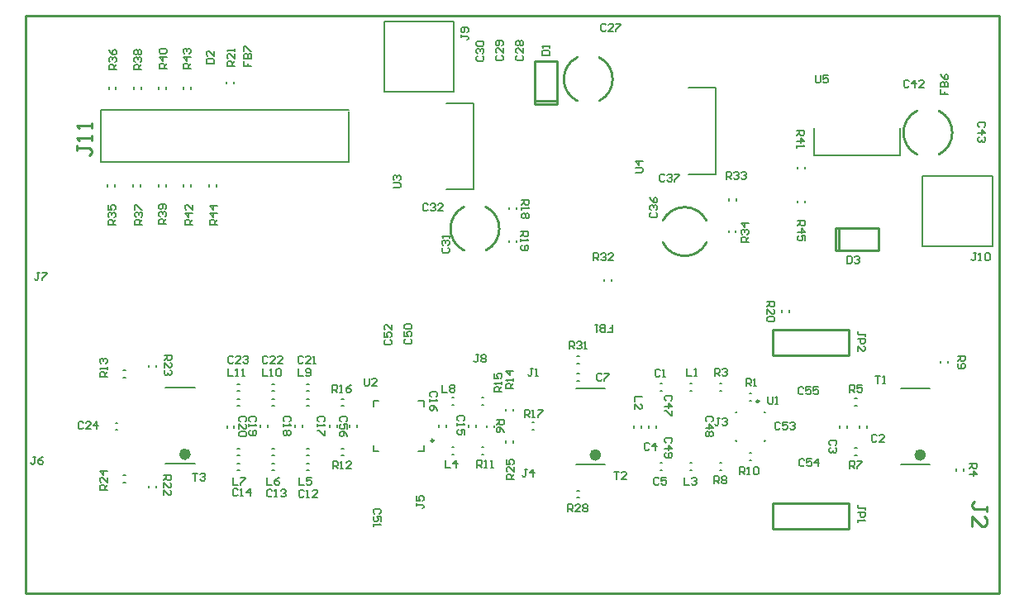
<source format=gto>
%FSLAX25Y25*%
%MOIN*%
G70*
G01*
G75*
G04 Layer_Color=65535*
%ADD10R,0.10000X0.06496*%
%ADD11R,0.06299X0.11811*%
G04:AMPARAMS|DCode=12|XSize=118.11mil|YSize=62.99mil|CornerRadius=15.75mil|HoleSize=0mil|Usage=FLASHONLY|Rotation=270.000|XOffset=0mil|YOffset=0mil|HoleType=Round|Shape=RoundedRectangle|*
%AMROUNDEDRECTD12*
21,1,0.11811,0.03150,0,0,270.0*
21,1,0.08661,0.06299,0,0,270.0*
1,1,0.03150,-0.01575,-0.04331*
1,1,0.03150,-0.01575,0.04331*
1,1,0.03150,0.01575,0.04331*
1,1,0.03150,0.01575,-0.04331*
%
%ADD12ROUNDEDRECTD12*%
%ADD13R,0.11811X0.06299*%
G04:AMPARAMS|DCode=14|XSize=118.11mil|YSize=62.99mil|CornerRadius=15.75mil|HoleSize=0mil|Usage=FLASHONLY|Rotation=0.000|XOffset=0mil|YOffset=0mil|HoleType=Round|Shape=RoundedRectangle|*
%AMROUNDEDRECTD14*
21,1,0.11811,0.03150,0,0,0.0*
21,1,0.08661,0.06299,0,0,0.0*
1,1,0.03150,0.04331,-0.01575*
1,1,0.03150,-0.04331,-0.01575*
1,1,0.03150,-0.04331,0.01575*
1,1,0.03150,0.04331,0.01575*
%
%ADD14ROUNDEDRECTD14*%
%ADD15R,0.05709X0.04331*%
%ADD16R,0.04331X0.05709*%
%ADD17R,0.23622X0.31496*%
%ADD18R,0.14173X0.04331*%
%ADD19R,0.31496X0.23622*%
%ADD20R,0.04331X0.14173*%
%ADD21R,0.02953X0.03740*%
%ADD22R,0.03740X0.02953*%
%ADD23R,0.12598X0.12598*%
%ADD24O,0.00984X0.03740*%
%ADD25O,0.03740X0.00984*%
%ADD26R,0.05906X0.05906*%
%ADD27O,0.03543X0.00984*%
%ADD28O,0.00984X0.03543*%
%ADD29R,0.20000X0.10500*%
%ADD30R,0.20000X0.07000*%
%ADD31C,0.00787*%
%ADD32C,0.03937*%
%ADD33C,0.05906*%
%ADD34C,0.01000*%
%ADD35O,0.05906X0.07874*%
%ADD36R,0.05906X0.07874*%
%ADD37O,0.05906X0.07874*%
%ADD38C,0.07874*%
%ADD39P,0.10653X8X292.5*%
%ADD40P,0.10653X8X202.5*%
%ADD41C,0.02362*%
%ADD42C,0.11811*%
%ADD43C,0.02500*%
%ADD44C,0.02598*%
%ADD45C,0.02000*%
%ADD46C,0.02300*%
%ADD47C,0.02362*%
%ADD48C,0.00984*%
%ADD49C,0.00500*%
D31*
X1164594Y424346D02*
X1176406D01*
X1164594Y455054D02*
X1176406D01*
X1033595D02*
X1045405D01*
X1033595Y424346D02*
X1045405D01*
X868095Y424646D02*
X879906D01*
X868095Y455354D02*
X879906D01*
X842000Y567400D02*
X942000D01*
Y546400D02*
Y566900D01*
X842000Y546400D02*
X942000D01*
X842000D02*
Y559400D01*
Y554400D02*
Y567400D01*
X956390Y574800D02*
X984480D01*
Y603000D01*
X956390Y574800D02*
Y603000D01*
X984480D01*
X1173500Y512620D02*
Y540710D01*
Y512620D02*
X1201700D01*
X1173500Y540710D02*
X1201700D01*
Y512620D02*
Y540710D01*
X981300Y570200D02*
X992200D01*
Y535400D02*
Y570200D01*
X981300Y535400D02*
X992200D01*
X1079000Y576400D02*
X1089900D01*
Y541600D02*
Y576400D01*
X1079000Y541600D02*
X1089900D01*
X1164400Y549200D02*
Y560100D01*
X1129600Y549200D02*
X1164400D01*
X1129600D02*
Y560100D01*
X1103606Y450224D02*
X1104394D01*
X1103606Y453176D02*
X1104394D01*
X1091606Y454224D02*
X1092394D01*
X1091606Y457176D02*
X1092394D01*
X1187124Y421906D02*
Y422694D01*
X1190076Y421906D02*
Y422694D01*
X1146106Y448224D02*
X1146894D01*
X1146106Y451176D02*
X1146894D01*
X1000676Y439506D02*
Y440294D01*
X997724Y439506D02*
Y440294D01*
X1146106Y428224D02*
X1146894D01*
X1146106Y431176D02*
X1146894D01*
X1091606Y422224D02*
X1092394D01*
X1091606Y425176D02*
X1092394D01*
X1180724Y465406D02*
Y466194D01*
X1183676Y465406D02*
Y466194D01*
X1103606Y426224D02*
X1104394D01*
X1103606Y429176D02*
X1104394D01*
X995606Y428524D02*
X996394D01*
X995606Y431476D02*
X996394D01*
X939106Y428024D02*
X939894D01*
X939106Y430976D02*
X939894D01*
X851106Y459424D02*
X851894D01*
X851106Y462376D02*
X851894D01*
X995606Y448524D02*
X996394D01*
X995606Y451476D02*
X996394D01*
X939106Y448024D02*
X939894D01*
X939106Y450976D02*
X939894D01*
X1009676Y527406D02*
Y528194D01*
X1006724Y527406D02*
Y528194D01*
X1009676Y514006D02*
Y514794D01*
X1006724Y514006D02*
Y514794D01*
X1116824Y485906D02*
Y486694D01*
X1119776Y485906D02*
Y486694D01*
X892624Y578006D02*
Y578794D01*
X895576Y578006D02*
Y578794D01*
X864376Y415106D02*
Y415894D01*
X861424Y415106D02*
Y415894D01*
Y463656D02*
Y464443D01*
X864376Y463656D02*
Y464443D01*
X851106Y420126D02*
X851894D01*
X851106Y417173D02*
X851894D01*
X1005524Y446006D02*
Y446794D01*
X1008476Y446006D02*
Y446794D01*
X1016006Y441376D02*
X1016794D01*
X1016006Y438424D02*
X1016794D01*
X1005524Y433206D02*
Y433994D01*
X1008476Y433206D02*
Y433994D01*
X1034106Y411024D02*
X1034894D01*
X1034106Y413976D02*
X1034894D01*
X1034106Y465257D02*
X1034894D01*
X1034106Y468210D02*
X1034894D01*
X1045024Y498406D02*
Y499194D01*
X1047976Y498406D02*
Y499194D01*
X1098276Y530906D02*
Y531694D01*
X1095324Y530906D02*
Y531694D01*
X1098176Y518106D02*
Y518894D01*
X1095224Y518106D02*
Y518894D01*
X844824Y536606D02*
Y537394D01*
X847776Y536606D02*
Y537394D01*
X845224Y575906D02*
Y576694D01*
X848176Y575906D02*
Y576694D01*
X855049Y536606D02*
Y537394D01*
X858001Y536606D02*
Y537394D01*
X855324Y575906D02*
Y576694D01*
X858276Y575906D02*
Y576694D01*
X865274Y536606D02*
Y537394D01*
X868226Y536606D02*
Y537394D01*
X865424Y575906D02*
Y576694D01*
X868376Y575906D02*
Y576694D01*
X1125976Y543806D02*
Y544594D01*
X1123024Y543806D02*
Y544594D01*
X875499Y536606D02*
Y537394D01*
X878451Y536606D02*
Y537394D01*
X875524Y575906D02*
Y576694D01*
X878476Y575906D02*
Y576694D01*
X885724Y536606D02*
Y537394D01*
X888676Y536606D02*
Y537394D01*
X1125976Y530106D02*
Y530894D01*
X1123024Y530106D02*
Y530894D01*
X972336Y447972D02*
Y450236D01*
X970072D02*
X972336D01*
X951864D02*
X954128D01*
X951864Y447972D02*
Y450236D01*
Y429764D02*
Y432028D01*
Y429764D02*
X954128D01*
X970072D02*
X972336D01*
Y432028D01*
X1097996Y445409D02*
X1098291D01*
Y445704D01*
Y433696D02*
Y433991D01*
X1097996D02*
X1098291D01*
X1109709D02*
X1110004D01*
X1109709Y433696D02*
Y433991D01*
Y445409D02*
Y445704D01*
Y445409D02*
X1110004D01*
X1079606Y454224D02*
X1080394D01*
X1079606Y457176D02*
X1080394D01*
X1059976Y439306D02*
Y440094D01*
X1057024Y439306D02*
Y440094D01*
X1079606Y422224D02*
X1080394D01*
X1079606Y425176D02*
X1080394D01*
X983606Y428524D02*
X984394D01*
X983606Y431476D02*
X984394D01*
X925106Y428024D02*
X925894D01*
X925106Y430976D02*
X925894D01*
X911106Y428024D02*
X911894D01*
X911106Y430976D02*
X911894D01*
X897106Y428024D02*
X897894D01*
X897106Y430976D02*
X897894D01*
X983606Y448524D02*
X984394D01*
X983606Y451476D02*
X984394D01*
X925106Y448024D02*
X925894D01*
X925106Y450976D02*
X925894D01*
X911106Y448024D02*
X911894D01*
X911106Y450976D02*
X911894D01*
X897106Y448024D02*
X897894D01*
X897106Y450976D02*
X897894D01*
X1067606Y454224D02*
X1068394D01*
X1067606Y457176D02*
X1068394D01*
X1150976Y439306D02*
Y440094D01*
X1148024Y439306D02*
Y440094D01*
X1142976Y439306D02*
Y440094D01*
X1140024Y439306D02*
Y440094D01*
X1063024Y439306D02*
Y440094D01*
X1065976Y439306D02*
Y440094D01*
X1067606Y422224D02*
X1068394D01*
X1067606Y425176D02*
X1068394D01*
X1034106Y458224D02*
X1034894D01*
X1034106Y461176D02*
X1034894D01*
X925106Y422024D02*
X925894D01*
X925106Y424976D02*
X925894D01*
X911106Y422024D02*
X911894D01*
X911106Y424976D02*
X911894D01*
X897106Y422024D02*
X897894D01*
X897106Y424976D02*
X897894D01*
X993476Y439606D02*
Y440394D01*
X990524Y439606D02*
Y440394D01*
X981476Y439606D02*
Y440394D01*
X978524Y439606D02*
Y440394D01*
X937476Y439606D02*
Y440394D01*
X934524Y439606D02*
Y440394D01*
X923476Y439606D02*
Y440394D01*
X920524Y439606D02*
Y440394D01*
X909476Y439606D02*
Y440394D01*
X906524Y439606D02*
Y440394D01*
X895827Y439306D02*
Y440094D01*
X892874Y439306D02*
Y440094D01*
X925106Y454024D02*
X925894D01*
X925106Y456976D02*
X925894D01*
X911106Y454024D02*
X911894D01*
X911106Y456976D02*
X911894D01*
X897106Y454024D02*
X897894D01*
X897106Y456976D02*
X897894D01*
X847906Y438324D02*
X848694D01*
X847906Y441276D02*
X848694D01*
X942524Y439606D02*
Y440394D01*
X945476Y439606D02*
Y440394D01*
D34*
X1043002Y571097D02*
G03*
X1043002Y588703I-4402J8803D01*
G01*
X1034198D02*
G03*
X1034198Y571097I4402J-8803D01*
G01*
X988498Y528403D02*
G03*
X988498Y510797I4402J-8803D01*
G01*
X997302D02*
G03*
X997302Y528403I-4402J8803D01*
G01*
X1086303Y522802D02*
G03*
X1068697Y522802I-8803J-4402D01*
G01*
Y513998D02*
G03*
X1086303Y513998I8803J4402D01*
G01*
X1180002Y549497D02*
G03*
X1180002Y567103I-4402J8803D01*
G01*
X1171198D02*
G03*
X1171198Y549497I4402J-8803D01*
G01*
X1113146Y408800D02*
X1143854D01*
X1113146Y398600D02*
Y408800D01*
Y398600D02*
X1143854D01*
Y408800D01*
X1113146Y478800D02*
X1143854D01*
X1113146Y468600D02*
Y478800D01*
Y468600D02*
X1143854D01*
Y478800D01*
X1017100Y587300D02*
X1026100D01*
X1017100Y571300D02*
Y587300D01*
X1026100Y571300D02*
Y587300D01*
X1017100Y569800D02*
Y571300D01*
Y569800D02*
X1026100D01*
X1017100Y571300D02*
X1026100D01*
Y569800D02*
Y571300D01*
X1155800Y510900D02*
Y519900D01*
X1139800D02*
X1155800D01*
X1139800Y510900D02*
X1155800D01*
X1138300Y519900D02*
X1139800D01*
X1138300Y510900D02*
Y519900D01*
X1139800Y510900D02*
Y519900D01*
X1138300Y510900D02*
X1139800D01*
X832202Y553099D02*
Y551099D01*
Y552099D01*
X837200D01*
X838200Y551099D01*
Y550100D01*
X837200Y549100D01*
X838200Y555098D02*
Y557097D01*
Y556098D01*
X832202D01*
X833202Y555098D01*
X838200Y560096D02*
Y562096D01*
Y561096D01*
X832202D01*
X833202Y560096D01*
X1199198Y405501D02*
Y407501D01*
Y406501D01*
X1194200D01*
X1193200Y407501D01*
Y408500D01*
X1194200Y409500D01*
X1193200Y399503D02*
Y403502D01*
X1197199Y399503D01*
X1198198D01*
X1199198Y400503D01*
Y402502D01*
X1198198Y403502D01*
X811700Y372500D02*
X1204200D01*
Y605600D01*
X811700D02*
X1204200D01*
X811700Y372500D02*
Y605600D01*
D47*
X1173650Y428283D02*
G03*
X1173650Y428283I-1181J0D01*
G01*
X1042650D02*
G03*
X1042650Y428283I-1181J0D01*
G01*
X877150Y428583D02*
G03*
X877150Y428583I-1181J0D01*
G01*
D48*
X976175Y434094D02*
G03*
X976175Y434094I-492J0D01*
G01*
X1107445Y449936D02*
G03*
X1107445Y449936I-492J0D01*
G01*
D49*
X948200Y459199D02*
Y456700D01*
X948700Y456200D01*
X949699D01*
X950199Y456700D01*
Y459199D01*
X953198Y456200D02*
X951199D01*
X953198Y458199D01*
Y458699D01*
X952699Y459199D01*
X951699D01*
X951199Y458699D01*
X1130250Y581449D02*
Y578950D01*
X1130750Y578450D01*
X1131750D01*
X1132249Y578950D01*
Y581449D01*
X1135248D02*
X1133249D01*
Y579950D01*
X1134249Y580449D01*
X1134749D01*
X1135248Y579950D01*
Y578950D01*
X1134749Y578450D01*
X1133749D01*
X1133249Y578950D01*
X1057651Y542250D02*
X1060150D01*
X1060650Y542750D01*
Y543750D01*
X1060150Y544249D01*
X1057651D01*
X1060650Y546748D02*
X1057651D01*
X1059151Y545249D01*
Y547248D01*
X1123100Y522800D02*
X1126099D01*
Y521301D01*
X1125599Y520801D01*
X1124599D01*
X1124100Y521301D01*
Y522800D01*
Y521800D02*
X1123100Y520801D01*
Y518301D02*
X1126099D01*
X1124599Y519801D01*
Y517802D01*
X1126099Y514803D02*
Y516802D01*
X1124599D01*
X1125099Y515802D01*
Y515302D01*
X1124599Y514803D01*
X1123600D01*
X1123100Y515302D01*
Y516302D01*
X1123600Y516802D01*
X889000Y521200D02*
X886001D01*
Y522699D01*
X886501Y523199D01*
X887500D01*
X888000Y522699D01*
Y521200D01*
Y522200D02*
X889000Y523199D01*
Y525699D02*
X886001D01*
X887500Y524199D01*
Y526198D01*
X889000Y528698D02*
X886001D01*
X887500Y527198D01*
Y529197D01*
X878300Y584200D02*
X875301D01*
Y585700D01*
X875801Y586199D01*
X876801D01*
X877300Y585700D01*
Y584200D01*
Y585200D02*
X878300Y586199D01*
Y588698D02*
X875301D01*
X876801Y587199D01*
Y589198D01*
X875801Y590198D02*
X875301Y590698D01*
Y591698D01*
X875801Y592197D01*
X876301D01*
X876801Y591698D01*
Y591198D01*
Y591698D01*
X877300Y592197D01*
X877800D01*
X878300Y591698D01*
Y590698D01*
X877800Y590198D01*
X878900Y521300D02*
X875901D01*
Y522799D01*
X876401Y523299D01*
X877400D01*
X877900Y522799D01*
Y521300D01*
Y522300D02*
X878900Y523299D01*
Y525799D02*
X875901D01*
X877400Y524299D01*
Y526298D01*
X878900Y529297D02*
Y527298D01*
X876901Y529297D01*
X876401D01*
X875901Y528798D01*
Y527798D01*
X876401Y527298D01*
X1122700Y559200D02*
X1125699D01*
Y557700D01*
X1125199Y557201D01*
X1124199D01*
X1123700Y557700D01*
Y559200D01*
Y558200D02*
X1122700Y557201D01*
Y554702D02*
X1125699D01*
X1124199Y556201D01*
Y554202D01*
X1122700Y553202D02*
Y552202D01*
Y552702D01*
X1125699D01*
X1125199Y553202D01*
X868600Y584200D02*
X865601D01*
Y585700D01*
X866101Y586199D01*
X867101D01*
X867600Y585700D01*
Y584200D01*
Y585200D02*
X868600Y586199D01*
Y588698D02*
X865601D01*
X867101Y587199D01*
Y589198D01*
X866101Y590198D02*
X865601Y590698D01*
Y591698D01*
X866101Y592197D01*
X868100D01*
X868600Y591698D01*
Y590698D01*
X868100Y590198D01*
X866101D01*
X868400Y521400D02*
X865401D01*
Y522899D01*
X865901Y523399D01*
X866901D01*
X867400Y522899D01*
Y521400D01*
Y522400D02*
X868400Y523399D01*
X865901Y524399D02*
X865401Y524899D01*
Y525899D01*
X865901Y526398D01*
X866401D01*
X866901Y525899D01*
Y525399D01*
Y525899D01*
X867400Y526398D01*
X867900D01*
X868400Y525899D01*
Y524899D01*
X867900Y524399D01*
Y527398D02*
X868400Y527898D01*
Y528898D01*
X867900Y529397D01*
X865901D01*
X865401Y528898D01*
Y527898D01*
X865901Y527398D01*
X866401D01*
X866901Y527898D01*
Y529397D01*
X858400Y583800D02*
X855401D01*
Y585299D01*
X855901Y585799D01*
X856901D01*
X857400Y585299D01*
Y583800D01*
Y584800D02*
X858400Y585799D01*
X855901Y586799D02*
X855401Y587299D01*
Y588299D01*
X855901Y588798D01*
X856401D01*
X856901Y588299D01*
Y587799D01*
Y588299D01*
X857400Y588798D01*
X857900D01*
X858400Y588299D01*
Y587299D01*
X857900Y586799D01*
X855901Y589798D02*
X855401Y590298D01*
Y591298D01*
X855901Y591797D01*
X856401D01*
X856901Y591298D01*
X857400Y591797D01*
X857900D01*
X858400Y591298D01*
Y590298D01*
X857900Y589798D01*
X857400D01*
X856901Y590298D01*
X856401Y589798D01*
X855901D01*
X856901Y590298D02*
Y591298D01*
X858700Y521200D02*
X855701D01*
Y522699D01*
X856201Y523199D01*
X857201D01*
X857700Y522699D01*
Y521200D01*
Y522200D02*
X858700Y523199D01*
X856201Y524199D02*
X855701Y524699D01*
Y525699D01*
X856201Y526198D01*
X856701D01*
X857201Y525699D01*
Y525199D01*
Y525699D01*
X857700Y526198D01*
X858200D01*
X858700Y525699D01*
Y524699D01*
X858200Y524199D01*
X855701Y527198D02*
Y529197D01*
X856201D01*
X858200Y527198D01*
X858700D01*
X848200Y583800D02*
X845201D01*
Y585299D01*
X845701Y585799D01*
X846700D01*
X847200Y585299D01*
Y583800D01*
Y584800D02*
X848200Y585799D01*
X845701Y586799D02*
X845201Y587299D01*
Y588299D01*
X845701Y588798D01*
X846201D01*
X846700Y588299D01*
Y587799D01*
Y588299D01*
X847200Y588798D01*
X847700D01*
X848200Y588299D01*
Y587299D01*
X847700Y586799D01*
X845201Y591797D02*
X845701Y590798D01*
X846700Y589798D01*
X847700D01*
X848200Y590298D01*
Y591298D01*
X847700Y591797D01*
X847200D01*
X846700Y591298D01*
Y589798D01*
X847900Y521100D02*
X844901D01*
Y522600D01*
X845401Y523099D01*
X846401D01*
X846900Y522600D01*
Y521100D01*
Y522100D02*
X847900Y523099D01*
X845401Y524099D02*
X844901Y524599D01*
Y525598D01*
X845401Y526098D01*
X845901D01*
X846401Y525598D01*
Y525099D01*
Y525598D01*
X846900Y526098D01*
X847400D01*
X847900Y525598D01*
Y524599D01*
X847400Y524099D01*
X844901Y529097D02*
Y527098D01*
X846401D01*
X845901Y528098D01*
Y528598D01*
X846401Y529097D01*
X847400D01*
X847900Y528598D01*
Y527598D01*
X847400Y527098D01*
X1103300Y514200D02*
X1100301D01*
Y515699D01*
X1100801Y516199D01*
X1101801D01*
X1102300Y515699D01*
Y514200D01*
Y515200D02*
X1103300Y516199D01*
X1100801Y517199D02*
X1100301Y517699D01*
Y518699D01*
X1100801Y519198D01*
X1101301D01*
X1101801Y518699D01*
Y518199D01*
Y518699D01*
X1102300Y519198D01*
X1102800D01*
X1103300Y518699D01*
Y517699D01*
X1102800Y517199D01*
X1103300Y521698D02*
X1100301D01*
X1101801Y520198D01*
Y522197D01*
X1094300Y539500D02*
Y542499D01*
X1095800D01*
X1096299Y541999D01*
Y541000D01*
X1095800Y540500D01*
X1094300D01*
X1095300D02*
X1096299Y539500D01*
X1097299Y541999D02*
X1097799Y542499D01*
X1098799D01*
X1099298Y541999D01*
Y541499D01*
X1098799Y541000D01*
X1098299D01*
X1098799D01*
X1099298Y540500D01*
Y540000D01*
X1098799Y539500D01*
X1097799D01*
X1097299Y540000D01*
X1100298Y541999D02*
X1100798Y542499D01*
X1101798D01*
X1102297Y541999D01*
Y541499D01*
X1101798Y541000D01*
X1101298D01*
X1101798D01*
X1102297Y540500D01*
Y540000D01*
X1101798Y539500D01*
X1100798D01*
X1100298Y540000D01*
X1040800Y506800D02*
Y509799D01*
X1042299D01*
X1042799Y509299D01*
Y508299D01*
X1042299Y507800D01*
X1040800D01*
X1041800D02*
X1042799Y506800D01*
X1043799Y509299D02*
X1044299Y509799D01*
X1045299D01*
X1045798Y509299D01*
Y508799D01*
X1045299Y508299D01*
X1044799D01*
X1045299D01*
X1045798Y507800D01*
Y507300D01*
X1045299Y506800D01*
X1044299D01*
X1043799Y507300D01*
X1048797Y506800D02*
X1046798D01*
X1048797Y508799D01*
Y509299D01*
X1048298Y509799D01*
X1047298D01*
X1046798Y509299D01*
X1031000Y471100D02*
Y474099D01*
X1032500D01*
X1032999Y473599D01*
Y472600D01*
X1032500Y472100D01*
X1031000D01*
X1032000D02*
X1032999Y471100D01*
X1033999Y473599D02*
X1034499Y474099D01*
X1035499D01*
X1035998Y473599D01*
Y473099D01*
X1035499Y472600D01*
X1034999D01*
X1035499D01*
X1035998Y472100D01*
Y471600D01*
X1035499Y471100D01*
X1034499D01*
X1033999Y471600D01*
X1036998Y471100D02*
X1037998D01*
X1037498D01*
Y474099D01*
X1036998Y473599D01*
X1030400Y405400D02*
Y408399D01*
X1031900D01*
X1032399Y407899D01*
Y406899D01*
X1031900Y406400D01*
X1030400D01*
X1031400D02*
X1032399Y405400D01*
X1035398D02*
X1033399D01*
X1035398Y407399D01*
Y407899D01*
X1034899Y408399D01*
X1033899D01*
X1033399Y407899D01*
X1036398D02*
X1036898Y408399D01*
X1037898D01*
X1038397Y407899D01*
Y407399D01*
X1037898Y406899D01*
X1038397Y406400D01*
Y405900D01*
X1037898Y405400D01*
X1036898D01*
X1036398Y405900D01*
Y406400D01*
X1036898Y406899D01*
X1036398Y407399D01*
Y407899D01*
X1036898Y406899D02*
X1037898D01*
X1008600Y418400D02*
X1005601D01*
Y419900D01*
X1006101Y420399D01*
X1007100D01*
X1007600Y419900D01*
Y418400D01*
Y419400D02*
X1008600Y420399D01*
Y423398D02*
Y421399D01*
X1006601Y423398D01*
X1006101D01*
X1005601Y422898D01*
Y421899D01*
X1006101Y421399D01*
X1005601Y426397D02*
Y424398D01*
X1007100D01*
X1006601Y425398D01*
Y425898D01*
X1007100Y426397D01*
X1008100D01*
X1008600Y425898D01*
Y424898D01*
X1008100Y424398D01*
X1012900Y443500D02*
Y446499D01*
X1014400D01*
X1014899Y445999D01*
Y445000D01*
X1014400Y444500D01*
X1012900D01*
X1013900D02*
X1014899Y443500D01*
X1015899D02*
X1016899D01*
X1016399D01*
Y446499D01*
X1015899Y445999D01*
X1018398Y446499D02*
X1020398D01*
Y445999D01*
X1018398Y444000D01*
Y443500D01*
X1008500Y455000D02*
X1005501D01*
Y456499D01*
X1006001Y456999D01*
X1007001D01*
X1007500Y456499D01*
Y455000D01*
Y456000D02*
X1008500Y456999D01*
Y457999D02*
Y458999D01*
Y458499D01*
X1005501D01*
X1006001Y457999D01*
X1008500Y461998D02*
X1005501D01*
X1007001Y460498D01*
Y462498D01*
X994449Y468649D02*
X993450D01*
X993950D01*
Y466150D01*
X993450Y465650D01*
X992950D01*
X992450Y466150D01*
X995449Y468149D02*
X995949Y468649D01*
X996949D01*
X997448Y468149D01*
Y467649D01*
X996949Y467149D01*
X997448Y466650D01*
Y466150D01*
X996949Y465650D01*
X995949D01*
X995449Y466150D01*
Y466650D01*
X995949Y467149D01*
X995449Y467649D01*
Y468149D01*
X995949Y467149D02*
X996949D01*
X969201Y408699D02*
Y407700D01*
Y408200D01*
X971700D01*
X972200Y407700D01*
Y407200D01*
X971700Y406700D01*
X969201Y411698D02*
Y409699D01*
X970700D01*
X970201Y410699D01*
Y411199D01*
X970700Y411698D01*
X971700D01*
X972200Y411199D01*
Y410199D01*
X971700Y409699D01*
X899701Y587299D02*
Y585300D01*
X901200D01*
Y586300D01*
Y585300D01*
X902700D01*
X899701Y588299D02*
X902700D01*
Y589798D01*
X902200Y590298D01*
X901700D01*
X901200Y589798D01*
Y588299D01*
Y589798D01*
X900701Y590298D01*
X900201D01*
X899701Y589798D01*
Y588299D01*
Y591298D02*
Y593297D01*
X900201D01*
X902200Y591298D01*
X902700D01*
X1180701Y575699D02*
Y573700D01*
X1182201D01*
Y574700D01*
Y573700D01*
X1183700D01*
X1180701Y576699D02*
X1183700D01*
Y578198D01*
X1183200Y578698D01*
X1182700D01*
X1182201Y578198D01*
Y576699D01*
Y578198D01*
X1181701Y578698D01*
X1181201D01*
X1180701Y578198D01*
Y576699D01*
Y581697D02*
X1181201Y580698D01*
X1182201Y579698D01*
X1183200D01*
X1183700Y580198D01*
Y581198D01*
X1183200Y581697D01*
X1182700D01*
X1182201Y581198D01*
Y579698D01*
X844650Y414300D02*
X841651D01*
Y415800D01*
X842151Y416299D01*
X843150D01*
X843650Y415800D01*
Y414300D01*
Y415300D02*
X844650Y416299D01*
Y419298D02*
Y417299D01*
X842651Y419298D01*
X842151D01*
X841651Y418798D01*
Y417799D01*
X842151Y417299D01*
X844650Y421798D02*
X841651D01*
X843150Y420298D01*
Y422297D01*
X867600Y468600D02*
X870599D01*
Y467100D01*
X870099Y466601D01*
X869100D01*
X868600Y467100D01*
Y468600D01*
Y467600D02*
X867600Y466601D01*
Y463602D02*
Y465601D01*
X869599Y463602D01*
X870099D01*
X870599Y464102D01*
Y465101D01*
X870099Y465601D01*
Y462602D02*
X870599Y462102D01*
Y461102D01*
X870099Y460603D01*
X869599D01*
X869100Y461102D01*
Y461602D01*
Y461102D01*
X868600Y460603D01*
X868100D01*
X867600Y461102D01*
Y462102D01*
X868100Y462602D01*
X867400Y420100D02*
X870399D01*
Y418601D01*
X869899Y418101D01*
X868900D01*
X868400Y418601D01*
Y420100D01*
Y419100D02*
X867400Y418101D01*
Y415102D02*
Y417101D01*
X869399Y415102D01*
X869899D01*
X870399Y415601D01*
Y416601D01*
X869899Y417101D01*
X867400Y412103D02*
Y414102D01*
X869399Y412103D01*
X869899D01*
X870399Y412602D01*
Y413602D01*
X869899Y414102D01*
X1142900Y508499D02*
Y505500D01*
X1144400D01*
X1144899Y506000D01*
Y507999D01*
X1144400Y508499D01*
X1142900D01*
X1145899Y507999D02*
X1146399Y508499D01*
X1147399D01*
X1147898Y507999D01*
Y507499D01*
X1147399Y506999D01*
X1146899D01*
X1147399D01*
X1147898Y506500D01*
Y506000D01*
X1147399Y505500D01*
X1146399D01*
X1145899Y506000D01*
X1020001Y589500D02*
X1023000D01*
Y591000D01*
X1022500Y591499D01*
X1020501D01*
X1020001Y591000D01*
Y589500D01*
X1023000Y592499D02*
Y593499D01*
Y592999D01*
X1020001D01*
X1020501Y592499D01*
X940999Y441701D02*
X941499Y442201D01*
Y443200D01*
X940999Y443700D01*
X939000D01*
X938500Y443200D01*
Y442201D01*
X939000Y441701D01*
X941499Y438702D02*
Y440701D01*
X939999D01*
X940499Y439701D01*
Y439201D01*
X939999Y438702D01*
X939000D01*
X938500Y439201D01*
Y440201D01*
X939000Y440701D01*
X941499Y435703D02*
X940999Y436702D01*
X939999Y437702D01*
X939000D01*
X938500Y437202D01*
Y436202D01*
X939000Y435703D01*
X939500D01*
X939999Y436202D01*
Y437702D01*
X1091599Y443299D02*
X1090600D01*
X1091099D01*
Y440800D01*
X1090600Y440300D01*
X1090100D01*
X1089600Y440800D01*
X1092599Y442799D02*
X1093099Y443299D01*
X1094099D01*
X1094598Y442799D01*
Y442299D01*
X1094099Y441799D01*
X1093599D01*
X1094099D01*
X1094598Y441300D01*
Y440800D01*
X1094099Y440300D01*
X1093099D01*
X1092599Y440800D01*
X956701Y474799D02*
X956201Y474299D01*
Y473300D01*
X956701Y472800D01*
X958700D01*
X959200Y473300D01*
Y474299D01*
X958700Y474799D01*
X956201Y477798D02*
Y475799D01*
X957701D01*
X957201Y476799D01*
Y477298D01*
X957701Y477798D01*
X958700D01*
X959200Y477298D01*
Y476299D01*
X958700Y475799D01*
X959200Y480797D02*
Y478798D01*
X957201Y480797D01*
X956701D01*
X956201Y480298D01*
Y479298D01*
X956701Y478798D01*
X954499Y404601D02*
X954999Y405100D01*
Y406100D01*
X954499Y406600D01*
X952500D01*
X952000Y406100D01*
Y405100D01*
X952500Y404601D01*
X954999Y401602D02*
Y403601D01*
X953500D01*
X953999Y402601D01*
Y402102D01*
X953500Y401602D01*
X952500D01*
X952000Y402102D01*
Y403101D01*
X952500Y403601D01*
X952000Y400602D02*
Y399602D01*
Y400102D01*
X954999D01*
X954499Y400602D01*
X965001Y475099D02*
X964501Y474600D01*
Y473600D01*
X965001Y473100D01*
X967000D01*
X967500Y473600D01*
Y474600D01*
X967000Y475099D01*
X964501Y478098D02*
Y476099D01*
X966000D01*
X965501Y477099D01*
Y477598D01*
X966000Y478098D01*
X967000D01*
X967500Y477598D01*
Y476599D01*
X967000Y476099D01*
X965001Y479098D02*
X964501Y479598D01*
Y480598D01*
X965001Y481097D01*
X967000D01*
X967500Y480598D01*
Y479598D01*
X967000Y479098D01*
X965001D01*
X1071999Y433301D02*
X1072499Y433801D01*
Y434800D01*
X1071999Y435300D01*
X1070000D01*
X1069500Y434800D01*
Y433801D01*
X1070000Y433301D01*
X1069500Y430801D02*
X1072499D01*
X1071000Y432301D01*
Y430302D01*
X1070000Y429302D02*
X1069500Y428802D01*
Y427802D01*
X1070000Y427303D01*
X1071999D01*
X1072499Y427802D01*
Y428802D01*
X1071999Y429302D01*
X1071499D01*
X1071000Y428802D01*
Y427303D01*
X1088399Y441801D02*
X1088899Y442301D01*
Y443300D01*
X1088399Y443800D01*
X1086400D01*
X1085900Y443300D01*
Y442301D01*
X1086400Y441801D01*
X1085900Y439301D02*
X1088899D01*
X1087399Y440801D01*
Y438802D01*
X1088399Y437802D02*
X1088899Y437302D01*
Y436302D01*
X1088399Y435803D01*
X1087899D01*
X1087399Y436302D01*
X1086900Y435803D01*
X1086400D01*
X1085900Y436302D01*
Y437302D01*
X1086400Y437802D01*
X1086900D01*
X1087399Y437302D01*
X1087899Y437802D01*
X1088399D01*
X1087399Y437302D02*
Y436302D01*
X1071899Y450201D02*
X1072399Y450701D01*
Y451700D01*
X1071899Y452200D01*
X1069900D01*
X1069400Y451700D01*
Y450701D01*
X1069900Y450201D01*
X1069400Y447702D02*
X1072399D01*
X1070899Y449201D01*
Y447202D01*
X1072399Y446202D02*
Y444203D01*
X1071899D01*
X1069900Y446202D01*
X1069400D01*
X959951Y536050D02*
X962450D01*
X962950Y536550D01*
Y537549D01*
X962450Y538049D01*
X959951D01*
X960451Y539049D02*
X959951Y539549D01*
Y540549D01*
X960451Y541048D01*
X960951D01*
X961450Y540549D01*
Y540049D01*
Y540549D01*
X961950Y541048D01*
X962450D01*
X962950Y540549D01*
Y539549D01*
X962450Y539049D01*
X1111100Y451899D02*
Y449400D01*
X1111600Y448900D01*
X1112599D01*
X1113099Y449400D01*
Y451899D01*
X1114099Y448900D02*
X1115099D01*
X1114599D01*
Y451899D01*
X1114099Y451399D01*
X879100Y420899D02*
X881099D01*
X880100D01*
Y417900D01*
X882099Y420399D02*
X882599Y420899D01*
X883599D01*
X884098Y420399D01*
Y419899D01*
X883599Y419399D01*
X883099D01*
X883599D01*
X884098Y418900D01*
Y418400D01*
X883599Y417900D01*
X882599D01*
X882099Y418400D01*
X1048900Y421499D02*
X1050899D01*
X1049900D01*
Y418500D01*
X1053898D02*
X1051899D01*
X1053898Y420499D01*
Y420999D01*
X1053399Y421499D01*
X1052399D01*
X1051899Y420999D01*
X1154500Y460199D02*
X1156499D01*
X1155500D01*
Y457200D01*
X1157499D02*
X1158499D01*
X1157999D01*
Y460199D01*
X1157499Y459699D01*
X895900Y585000D02*
X892901D01*
Y586500D01*
X893401Y586999D01*
X894401D01*
X894900Y586500D01*
Y585000D01*
Y586000D02*
X895900Y586999D01*
Y589998D02*
Y587999D01*
X893901Y589998D01*
X893401D01*
X892901Y589499D01*
Y588499D01*
X893401Y587999D01*
X895900Y590998D02*
Y591998D01*
Y591498D01*
X892901D01*
X893401Y590998D01*
X1110800Y490000D02*
X1113799D01*
Y488500D01*
X1113299Y488001D01*
X1112300D01*
X1111800Y488500D01*
Y490000D01*
Y489000D02*
X1110800Y488001D01*
Y485002D02*
Y487001D01*
X1112799Y485002D01*
X1113299D01*
X1113799Y485501D01*
Y486501D01*
X1113299Y487001D01*
Y484002D02*
X1113799Y483502D01*
Y482502D01*
X1113299Y482003D01*
X1111300D01*
X1110800Y482502D01*
Y483502D01*
X1111300Y484002D01*
X1113299D01*
X1011500Y518400D02*
X1014499D01*
Y516900D01*
X1013999Y516401D01*
X1013000D01*
X1012500Y516900D01*
Y518400D01*
Y517400D02*
X1011500Y516401D01*
Y515401D02*
Y514401D01*
Y514901D01*
X1014499D01*
X1013999Y515401D01*
X1012000Y512902D02*
X1011500Y512402D01*
Y511402D01*
X1012000Y510902D01*
X1013999D01*
X1014499Y511402D01*
Y512402D01*
X1013999Y512902D01*
X1013499D01*
X1013000Y512402D01*
Y510902D01*
X1011800Y531300D02*
X1014799D01*
Y529801D01*
X1014299Y529301D01*
X1013299D01*
X1012800Y529801D01*
Y531300D01*
Y530300D02*
X1011800Y529301D01*
Y528301D02*
Y527301D01*
Y527801D01*
X1014799D01*
X1014299Y528301D01*
Y525802D02*
X1014799Y525302D01*
Y524302D01*
X1014299Y523802D01*
X1013799D01*
X1013299Y524302D01*
X1012800Y523802D01*
X1012300D01*
X1011800Y524302D01*
Y525302D01*
X1012300Y525802D01*
X1012800D01*
X1013299Y525302D01*
X1013799Y525802D01*
X1014299D01*
X1013299Y525302D02*
Y524302D01*
X935400Y453600D02*
Y456599D01*
X936899D01*
X937399Y456099D01*
Y455099D01*
X936899Y454600D01*
X935400D01*
X936400D02*
X937399Y453600D01*
X938399D02*
X939399D01*
X938899D01*
Y456599D01*
X938399Y456099D01*
X942898Y456599D02*
X941898Y456099D01*
X940898Y455099D01*
Y454100D01*
X941398Y453600D01*
X942398D01*
X942898Y454100D01*
Y454600D01*
X942398Y455099D01*
X940898D01*
X1003700Y453800D02*
X1000701D01*
Y455300D01*
X1001201Y455799D01*
X1002201D01*
X1002700Y455300D01*
Y453800D01*
Y454800D02*
X1003700Y455799D01*
Y456799D02*
Y457799D01*
Y457299D01*
X1000701D01*
X1001201Y456799D01*
X1000701Y461298D02*
Y459298D01*
X1002201D01*
X1001701Y460298D01*
Y460798D01*
X1002201Y461298D01*
X1003200D01*
X1003700Y460798D01*
Y459798D01*
X1003200Y459298D01*
X844650Y459650D02*
X841651D01*
Y461150D01*
X842151Y461649D01*
X843150D01*
X843650Y461150D01*
Y459650D01*
Y460650D02*
X844650Y461649D01*
Y462649D02*
Y463649D01*
Y463149D01*
X841651D01*
X842151Y462649D01*
Y465148D02*
X841651Y465648D01*
Y466648D01*
X842151Y467148D01*
X842651D01*
X843150Y466648D01*
Y466148D01*
Y466648D01*
X843650Y467148D01*
X844150D01*
X844650Y466648D01*
Y465648D01*
X844150Y465148D01*
X935600Y422800D02*
Y425799D01*
X937099D01*
X937599Y425299D01*
Y424299D01*
X937099Y423800D01*
X935600D01*
X936600D02*
X937599Y422800D01*
X938599D02*
X939599D01*
X939099D01*
Y425799D01*
X938599Y425299D01*
X943098Y422800D02*
X941098D01*
X943098Y424799D01*
Y425299D01*
X942598Y425799D01*
X941598D01*
X941098Y425299D01*
X993800Y423200D02*
Y426199D01*
X995300D01*
X995799Y425699D01*
Y424699D01*
X995300Y424200D01*
X993800D01*
X994800D02*
X995799Y423200D01*
X996799D02*
X997799D01*
X997299D01*
Y426199D01*
X996799Y425699D01*
X999298Y423200D02*
X1000298D01*
X999798D01*
Y426199D01*
X999298Y425699D01*
X1099800Y420400D02*
Y423399D01*
X1101299D01*
X1101799Y422899D01*
Y421900D01*
X1101299Y421400D01*
X1099800D01*
X1100800D02*
X1101799Y420400D01*
X1102799D02*
X1103799D01*
X1103299D01*
Y423399D01*
X1102799Y422899D01*
X1105298D02*
X1105798Y423399D01*
X1106798D01*
X1107298Y422899D01*
Y420900D01*
X1106798Y420400D01*
X1105798D01*
X1105298Y420900D01*
Y422899D01*
X1187673Y468183D02*
X1190672D01*
Y466683D01*
X1190172Y466183D01*
X1189172D01*
X1188672Y466683D01*
Y468183D01*
Y467183D02*
X1187673Y466183D01*
X1188172Y465184D02*
X1187673Y464684D01*
Y463684D01*
X1188172Y463184D01*
X1190172D01*
X1190672Y463684D01*
Y464684D01*
X1190172Y465184D01*
X1189672D01*
X1189172Y464684D01*
Y463184D01*
X1089400Y416700D02*
Y419699D01*
X1090899D01*
X1091399Y419199D01*
Y418199D01*
X1090899Y417700D01*
X1089400D01*
X1090400D02*
X1091399Y416700D01*
X1092399Y419199D02*
X1092899Y419699D01*
X1093899D01*
X1094398Y419199D01*
Y418699D01*
X1093899Y418199D01*
X1094398Y417700D01*
Y417200D01*
X1093899Y416700D01*
X1092899D01*
X1092399Y417200D01*
Y417700D01*
X1092899Y418199D01*
X1092399Y418699D01*
Y419199D01*
X1092899Y418199D02*
X1093899D01*
X1144100Y422900D02*
Y425899D01*
X1145599D01*
X1146099Y425399D01*
Y424400D01*
X1145599Y423900D01*
X1144100D01*
X1145100D02*
X1146099Y422900D01*
X1147099Y425899D02*
X1149098D01*
Y425399D01*
X1147099Y423400D01*
Y422900D01*
X1001600Y442400D02*
X1004599D01*
Y440901D01*
X1004099Y440401D01*
X1003100D01*
X1002600Y440901D01*
Y442400D01*
Y441400D02*
X1001600Y440401D01*
X1004599Y437402D02*
X1004099Y438401D01*
X1003100Y439401D01*
X1002100D01*
X1001600Y438901D01*
Y437901D01*
X1002100Y437402D01*
X1002600D01*
X1003100Y437901D01*
Y439401D01*
X1144100Y453500D02*
Y456499D01*
X1145599D01*
X1146099Y455999D01*
Y454999D01*
X1145599Y454500D01*
X1144100D01*
X1145100D02*
X1146099Y453500D01*
X1149098Y456499D02*
X1147099D01*
Y454999D01*
X1148099Y455499D01*
X1148599D01*
X1149098Y454999D01*
Y454000D01*
X1148599Y453500D01*
X1147599D01*
X1147099Y454000D01*
X1192400Y424900D02*
X1195399D01*
Y423400D01*
X1194899Y422901D01*
X1193900D01*
X1193400Y423400D01*
Y424900D01*
Y423900D02*
X1192400Y422901D01*
Y420401D02*
X1195399D01*
X1193900Y421901D01*
Y419902D01*
X1089600Y460300D02*
Y463299D01*
X1091099D01*
X1091599Y462799D01*
Y461799D01*
X1091099Y461300D01*
X1089600D01*
X1090600D02*
X1091599Y460300D01*
X1092599Y462799D02*
X1093099Y463299D01*
X1094099D01*
X1094598Y462799D01*
Y462299D01*
X1094099Y461799D01*
X1093599D01*
X1094099D01*
X1094598Y461300D01*
Y460800D01*
X1094099Y460300D01*
X1093099D01*
X1092599Y460800D01*
X1102300Y456000D02*
Y458999D01*
X1103800D01*
X1104299Y458499D01*
Y457500D01*
X1103800Y457000D01*
X1102300D01*
X1103300D02*
X1104299Y456000D01*
X1105299D02*
X1106299D01*
X1105799D01*
Y458999D01*
X1105299Y458499D01*
X893400Y463099D02*
Y460100D01*
X895399D01*
X896399D02*
X897399D01*
X896899D01*
Y463099D01*
X896399Y462599D01*
X898898Y460100D02*
X899898D01*
X899398D01*
Y463099D01*
X898898Y462599D01*
X907200Y463099D02*
Y460100D01*
X909199D01*
X910199D02*
X911199D01*
X910699D01*
Y463099D01*
X910199Y462599D01*
X912698D02*
X913198Y463099D01*
X914198D01*
X914698Y462599D01*
Y460600D01*
X914198Y460100D01*
X913198D01*
X912698Y460600D01*
Y462599D01*
X921600Y463099D02*
Y460100D01*
X923599D01*
X924599Y460600D02*
X925099Y460100D01*
X926099D01*
X926598Y460600D01*
Y462599D01*
X926099Y463099D01*
X925099D01*
X924599Y462599D01*
Y462099D01*
X925099Y461599D01*
X926598D01*
X979700Y456599D02*
Y453600D01*
X981699D01*
X982699Y456099D02*
X983199Y456599D01*
X984199D01*
X984698Y456099D01*
Y455599D01*
X984199Y455099D01*
X984698Y454600D01*
Y454100D01*
X984199Y453600D01*
X983199D01*
X982699Y454100D01*
Y454600D01*
X983199Y455099D01*
X982699Y455599D01*
Y456099D01*
X983199Y455099D02*
X984199D01*
X895300Y419299D02*
Y416300D01*
X897299D01*
X898299Y419299D02*
X900298D01*
Y418799D01*
X898299Y416800D01*
Y416300D01*
X909050Y419299D02*
Y416300D01*
X911049D01*
X914048Y419299D02*
X913049Y418799D01*
X912049Y417800D01*
Y416800D01*
X912549Y416300D01*
X913549D01*
X914048Y416800D01*
Y417300D01*
X913549Y417800D01*
X912049D01*
X922000Y419299D02*
Y416300D01*
X923999D01*
X926998Y419299D02*
X924999D01*
Y417800D01*
X925999Y418299D01*
X926499D01*
X926998Y417800D01*
Y416800D01*
X926499Y416300D01*
X925499D01*
X924999Y416800D01*
X981000Y426299D02*
Y423300D01*
X982999D01*
X985499D02*
Y426299D01*
X983999Y424799D01*
X985998D01*
X1077300Y419199D02*
Y416200D01*
X1079299D01*
X1080299Y418699D02*
X1080799Y419199D01*
X1081799D01*
X1082298Y418699D01*
Y418199D01*
X1081799Y417699D01*
X1081299D01*
X1081799D01*
X1082298Y417200D01*
Y416700D01*
X1081799Y416200D01*
X1080799D01*
X1080299Y416700D01*
X1060199Y451800D02*
X1057200D01*
Y449801D01*
Y446802D02*
Y448801D01*
X1059199Y446802D01*
X1059699D01*
X1060199Y447301D01*
Y448301D01*
X1059699Y448801D01*
X1078500Y463299D02*
Y460300D01*
X1080499D01*
X1081499D02*
X1082499D01*
X1081999D01*
Y463299D01*
X1081499Y462799D01*
X1150349Y476251D02*
Y477250D01*
Y476751D01*
X1147850D01*
X1147350Y477250D01*
Y477750D01*
X1147850Y478250D01*
X1147350Y475251D02*
X1150349D01*
Y473751D01*
X1149849Y473252D01*
X1148849D01*
X1148350Y473751D01*
Y475251D01*
X1147350Y470253D02*
Y472252D01*
X1149349Y470253D01*
X1149849D01*
X1150349Y470752D01*
Y471752D01*
X1149849Y472252D01*
X1150349Y406251D02*
Y407250D01*
Y406750D01*
X1147850D01*
X1147350Y407250D01*
Y407750D01*
X1147850Y408250D01*
X1147350Y405251D02*
X1150349D01*
Y403752D01*
X1149849Y403252D01*
X1148849D01*
X1148350Y403752D01*
Y405251D01*
X1147350Y402252D02*
Y401252D01*
Y401752D01*
X1150349D01*
X1149849Y402252D01*
X1195099Y509699D02*
X1194100D01*
X1194600D01*
Y507200D01*
X1194100Y506700D01*
X1193600D01*
X1193100Y507200D01*
X1196099Y506700D02*
X1197099D01*
X1196599D01*
Y509699D01*
X1196099Y509199D01*
X1198598D02*
X1199098Y509699D01*
X1200098D01*
X1200598Y509199D01*
Y507200D01*
X1200098Y506700D01*
X1199098D01*
X1198598Y507200D01*
Y509199D01*
X987201Y597699D02*
Y596700D01*
Y597199D01*
X989700D01*
X990200Y596700D01*
Y596200D01*
X989700Y595700D01*
Y598699D02*
X990200Y599199D01*
Y600199D01*
X989700Y600698D01*
X987701D01*
X987201Y600199D01*
Y599199D01*
X987701Y598699D01*
X988201D01*
X988700Y599199D01*
Y600698D01*
X817315Y501899D02*
X816315D01*
X816815D01*
Y499400D01*
X816315Y498900D01*
X815816D01*
X815316Y499400D01*
X818315Y501899D02*
X820314D01*
Y501399D01*
X818315Y499400D01*
Y498900D01*
X815699Y427499D02*
X814700D01*
X815199D01*
Y425000D01*
X814700Y424500D01*
X814200D01*
X813700Y425000D01*
X818698Y427499D02*
X817699Y426999D01*
X816699Y425999D01*
Y425000D01*
X817199Y424500D01*
X818198D01*
X818698Y425000D01*
Y425500D01*
X818198Y425999D01*
X816699D01*
X1013899Y422599D02*
X1012900D01*
X1013400D01*
Y420100D01*
X1012900Y419600D01*
X1012400D01*
X1011900Y420100D01*
X1016399Y419600D02*
Y422599D01*
X1014899Y421100D01*
X1016898D01*
X1016299Y463299D02*
X1015300D01*
X1015800D01*
Y460800D01*
X1015300Y460300D01*
X1014800D01*
X1014300Y460800D01*
X1017299Y460300D02*
X1018299D01*
X1017799D01*
Y463299D01*
X1017299Y462799D01*
X1046451Y477851D02*
X1048450D01*
Y479351D01*
X1047450D01*
X1048450D01*
Y480850D01*
X1045451Y477851D02*
Y480850D01*
X1043951D01*
X1043452Y480350D01*
Y479850D01*
X1043951Y479351D01*
X1045451D01*
X1043951D01*
X1043452Y478851D01*
Y478351D01*
X1043951Y477851D01*
X1045451D01*
X1042452Y480850D02*
X1041452D01*
X1041952D01*
Y477851D01*
X1042452Y478351D01*
X884640Y586200D02*
X887639D01*
Y587700D01*
X887139Y588199D01*
X885139D01*
X884640Y587700D01*
Y586200D01*
X887639Y591198D02*
Y589199D01*
X885639Y591198D01*
X885139D01*
X884640Y590698D01*
Y589699D01*
X885139Y589199D01*
X1167999Y579099D02*
X1167500Y579599D01*
X1166500D01*
X1166000Y579099D01*
Y577100D01*
X1166500Y576600D01*
X1167500D01*
X1167999Y577100D01*
X1170499Y576600D02*
Y579599D01*
X1168999Y578099D01*
X1170998D01*
X1173997Y576600D02*
X1171998D01*
X1173997Y578599D01*
Y579099D01*
X1173498Y579599D01*
X1172498D01*
X1171998Y579099D01*
X1069399Y541099D02*
X1068900Y541599D01*
X1067900D01*
X1067400Y541099D01*
Y539100D01*
X1067900Y538600D01*
X1068900D01*
X1069399Y539100D01*
X1070399Y541099D02*
X1070899Y541599D01*
X1071899D01*
X1072398Y541099D01*
Y540599D01*
X1071899Y540099D01*
X1071399D01*
X1071899D01*
X1072398Y539600D01*
Y539100D01*
X1071899Y538600D01*
X1070899D01*
X1070399Y539100D01*
X1073398Y541599D02*
X1075397D01*
Y541099D01*
X1073398Y539100D01*
Y538600D01*
X1063901Y526099D02*
X1063401Y525599D01*
Y524600D01*
X1063901Y524100D01*
X1065900D01*
X1066400Y524600D01*
Y525599D01*
X1065900Y526099D01*
X1063901Y527099D02*
X1063401Y527599D01*
Y528598D01*
X1063901Y529098D01*
X1064401D01*
X1064900Y528598D01*
Y528099D01*
Y528598D01*
X1065400Y529098D01*
X1065900D01*
X1066400Y528598D01*
Y527599D01*
X1065900Y527099D01*
X1063401Y532097D02*
X1063901Y531098D01*
X1064900Y530098D01*
X1065900D01*
X1066400Y530598D01*
Y531598D01*
X1065900Y532097D01*
X1065400D01*
X1064900Y531598D01*
Y530098D01*
X973899Y529199D02*
X973400Y529699D01*
X972400D01*
X971900Y529199D01*
Y527200D01*
X972400Y526700D01*
X973400D01*
X973899Y527200D01*
X974899Y529199D02*
X975399Y529699D01*
X976399D01*
X976898Y529199D01*
Y528699D01*
X976399Y528199D01*
X975899D01*
X976399D01*
X976898Y527700D01*
Y527200D01*
X976399Y526700D01*
X975399D01*
X974899Y527200D01*
X979897Y526700D02*
X977898D01*
X979897Y528699D01*
Y529199D01*
X979398Y529699D01*
X978398D01*
X977898Y529199D01*
X980151Y511849D02*
X979651Y511349D01*
Y510350D01*
X980151Y509850D01*
X982150D01*
X982650Y510350D01*
Y511349D01*
X982150Y511849D01*
X980151Y512849D02*
X979651Y513349D01*
Y514349D01*
X980151Y514848D01*
X980651D01*
X981151Y514349D01*
Y513849D01*
Y514349D01*
X981650Y514848D01*
X982150D01*
X982650Y514349D01*
Y513349D01*
X982150Y512849D01*
X982650Y515848D02*
Y516848D01*
Y516348D01*
X979651D01*
X980151Y515848D01*
X993901Y589199D02*
X993401Y588699D01*
Y587700D01*
X993901Y587200D01*
X995900D01*
X996400Y587700D01*
Y588699D01*
X995900Y589199D01*
X993901Y590199D02*
X993401Y590699D01*
Y591699D01*
X993901Y592198D01*
X994401D01*
X994901Y591699D01*
Y591199D01*
Y591699D01*
X995400Y592198D01*
X995900D01*
X996400Y591699D01*
Y590699D01*
X995900Y590199D01*
X993901Y593198D02*
X993401Y593698D01*
Y594698D01*
X993901Y595197D01*
X995900D01*
X996400Y594698D01*
Y593698D01*
X995900Y593198D01*
X993901D01*
X1001801Y589399D02*
X1001301Y588900D01*
Y587900D01*
X1001801Y587400D01*
X1003800D01*
X1004300Y587900D01*
Y588900D01*
X1003800Y589399D01*
X1004300Y592398D02*
Y590399D01*
X1002301Y592398D01*
X1001801D01*
X1001301Y591898D01*
Y590899D01*
X1001801Y590399D01*
X1003800Y593398D02*
X1004300Y593898D01*
Y594898D01*
X1003800Y595397D01*
X1001801D01*
X1001301Y594898D01*
Y593898D01*
X1001801Y593398D01*
X1002301D01*
X1002800Y593898D01*
Y595397D01*
X1009901Y589399D02*
X1009401Y588900D01*
Y587900D01*
X1009901Y587400D01*
X1011900D01*
X1012400Y587900D01*
Y588900D01*
X1011900Y589399D01*
X1012400Y592398D02*
Y590399D01*
X1010401Y592398D01*
X1009901D01*
X1009401Y591898D01*
Y590899D01*
X1009901Y590399D01*
Y593398D02*
X1009401Y593898D01*
Y594898D01*
X1009901Y595397D01*
X1010401D01*
X1010900Y594898D01*
X1011400Y595397D01*
X1011900D01*
X1012400Y594898D01*
Y593898D01*
X1011900Y593398D01*
X1011400D01*
X1010900Y593898D01*
X1010401Y593398D01*
X1009901D01*
X1010900Y593898D02*
Y594898D01*
X1045699Y601799D02*
X1045199Y602299D01*
X1044200D01*
X1043700Y601799D01*
Y599800D01*
X1044200Y599300D01*
X1045199D01*
X1045699Y599800D01*
X1048698Y599300D02*
X1046699D01*
X1048698Y601299D01*
Y601799D01*
X1048199Y602299D01*
X1047199D01*
X1046699Y601799D01*
X1049698Y602299D02*
X1051697D01*
Y601799D01*
X1049698Y599800D01*
Y599300D01*
X834899Y441199D02*
X834400Y441699D01*
X833400D01*
X832900Y441199D01*
Y439200D01*
X833400Y438700D01*
X834400D01*
X834899Y439200D01*
X837898Y438700D02*
X835899D01*
X837898Y440699D01*
Y441199D01*
X837399Y441699D01*
X836399D01*
X835899Y441199D01*
X840398Y438700D02*
Y441699D01*
X838898Y440200D01*
X840897D01*
X895399Y467699D02*
X894899Y468199D01*
X893900D01*
X893400Y467699D01*
Y465700D01*
X893900Y465200D01*
X894899D01*
X895399Y465700D01*
X898398Y465200D02*
X896399D01*
X898398Y467199D01*
Y467699D01*
X897899Y468199D01*
X896899D01*
X896399Y467699D01*
X899398D02*
X899898Y468199D01*
X900898D01*
X901397Y467699D01*
Y467199D01*
X900898Y466700D01*
X900398D01*
X900898D01*
X901397Y466200D01*
Y465700D01*
X900898Y465200D01*
X899898D01*
X899398Y465700D01*
X909199Y467699D02*
X908700Y468199D01*
X907700D01*
X907200Y467699D01*
Y465700D01*
X907700Y465200D01*
X908700D01*
X909199Y465700D01*
X912198Y465200D02*
X910199D01*
X912198Y467199D01*
Y467699D01*
X911699Y468199D01*
X910699D01*
X910199Y467699D01*
X915197Y465200D02*
X913198D01*
X915197Y467199D01*
Y467699D01*
X914698Y468199D01*
X913698D01*
X913198Y467699D01*
X923599D02*
X923100Y468199D01*
X922100D01*
X921600Y467699D01*
Y465700D01*
X922100Y465200D01*
X923100D01*
X923599Y465700D01*
X926598Y465200D02*
X924599D01*
X926598Y467199D01*
Y467699D01*
X926099Y468199D01*
X925099D01*
X924599Y467699D01*
X927598Y465200D02*
X928598D01*
X928098D01*
Y468199D01*
X927598Y467699D01*
X900199Y441701D02*
X900699Y442201D01*
Y443200D01*
X900199Y443700D01*
X898200D01*
X897700Y443200D01*
Y442201D01*
X898200Y441701D01*
X897700Y438702D02*
Y440701D01*
X899699Y438702D01*
X900199D01*
X900699Y439201D01*
Y440201D01*
X900199Y440701D01*
Y437702D02*
X900699Y437202D01*
Y436202D01*
X900199Y435703D01*
X898200D01*
X897700Y436202D01*
Y437202D01*
X898200Y437702D01*
X900199D01*
X904299Y441701D02*
X904799Y442201D01*
Y443200D01*
X904299Y443700D01*
X902300D01*
X901800Y443200D01*
Y442201D01*
X902300Y441701D01*
X901800Y440701D02*
Y439701D01*
Y440201D01*
X904799D01*
X904299Y440701D01*
X902300Y438202D02*
X901800Y437702D01*
Y436702D01*
X902300Y436202D01*
X904299D01*
X904799Y436702D01*
Y437702D01*
X904299Y438202D01*
X903799D01*
X903300Y437702D01*
Y436202D01*
X918099Y441701D02*
X918599Y442201D01*
Y443200D01*
X918099Y443700D01*
X916100D01*
X915600Y443200D01*
Y442201D01*
X916100Y441701D01*
X915600Y440701D02*
Y439701D01*
Y440201D01*
X918599D01*
X918099Y440701D01*
Y438202D02*
X918599Y437702D01*
Y436702D01*
X918099Y436202D01*
X917599D01*
X917099Y436702D01*
X916600Y436202D01*
X916100D01*
X915600Y436702D01*
Y437702D01*
X916100Y438202D01*
X916600D01*
X917099Y437702D01*
X917599Y438202D01*
X918099D01*
X917099Y437702D02*
Y436702D01*
X931999Y441701D02*
X932499Y442201D01*
Y443200D01*
X931999Y443700D01*
X930000D01*
X929500Y443200D01*
Y442201D01*
X930000Y441701D01*
X929500Y440701D02*
Y439701D01*
Y440201D01*
X932499D01*
X931999Y440701D01*
X932499Y438202D02*
Y436202D01*
X931999D01*
X930000Y438202D01*
X929500D01*
X977199Y451801D02*
X977699Y452301D01*
Y453300D01*
X977199Y453800D01*
X975200D01*
X974700Y453300D01*
Y452301D01*
X975200Y451801D01*
X974700Y450801D02*
Y449801D01*
Y450301D01*
X977699D01*
X977199Y450801D01*
X977699Y446302D02*
X977199Y447302D01*
X976200Y448302D01*
X975200D01*
X974700Y447802D01*
Y446802D01*
X975200Y446302D01*
X975700D01*
X976200Y446802D01*
Y448302D01*
X988299Y442001D02*
X988799Y442500D01*
Y443500D01*
X988299Y444000D01*
X986300D01*
X985800Y443500D01*
Y442500D01*
X986300Y442001D01*
X985800Y441001D02*
Y440001D01*
Y440501D01*
X988799D01*
X988299Y441001D01*
X988799Y436502D02*
Y438502D01*
X987300D01*
X987799Y437502D01*
Y437002D01*
X987300Y436502D01*
X986300D01*
X985800Y437002D01*
Y438002D01*
X986300Y438502D01*
X897299Y414199D02*
X896799Y414699D01*
X895800D01*
X895300Y414199D01*
Y412200D01*
X895800Y411700D01*
X896799D01*
X897299Y412200D01*
X898299Y411700D02*
X899299D01*
X898799D01*
Y414699D01*
X898299Y414199D01*
X902298Y411700D02*
Y414699D01*
X900798Y413200D01*
X902798D01*
X911049Y413899D02*
X910550Y414399D01*
X909550D01*
X909050Y413899D01*
Y411900D01*
X909550Y411400D01*
X910550D01*
X911049Y411900D01*
X912049Y411400D02*
X913049D01*
X912549D01*
Y414399D01*
X912049Y413899D01*
X914548D02*
X915048Y414399D01*
X916048D01*
X916548Y413899D01*
Y413399D01*
X916048Y412899D01*
X915548D01*
X916048D01*
X916548Y412400D01*
Y411900D01*
X916048Y411400D01*
X915048D01*
X914548Y411900D01*
X923999Y413699D02*
X923499Y414199D01*
X922500D01*
X922000Y413699D01*
Y411700D01*
X922500Y411200D01*
X923499D01*
X923999Y411700D01*
X924999Y411200D02*
X925999D01*
X925499D01*
Y414199D01*
X924999Y413699D01*
X929498Y411200D02*
X927498D01*
X929498Y413199D01*
Y413699D01*
X928998Y414199D01*
X927998D01*
X927498Y413699D01*
X1044099Y460699D02*
X1043600Y461199D01*
X1042600D01*
X1042100Y460699D01*
Y458700D01*
X1042600Y458200D01*
X1043600D01*
X1044099Y458700D01*
X1045099Y461199D02*
X1047098D01*
Y460699D01*
X1045099Y458700D01*
Y458200D01*
X1067099Y418699D02*
X1066599Y419199D01*
X1065600D01*
X1065100Y418699D01*
Y416700D01*
X1065600Y416200D01*
X1066599D01*
X1067099Y416700D01*
X1070098Y419199D02*
X1068099D01*
Y417699D01*
X1069099Y418199D01*
X1069599D01*
X1070098Y417699D01*
Y416700D01*
X1069599Y416200D01*
X1068599D01*
X1068099Y416700D01*
X1063299Y432799D02*
X1062799Y433299D01*
X1061800D01*
X1061300Y432799D01*
Y430800D01*
X1061800Y430300D01*
X1062799D01*
X1063299Y430800D01*
X1065799Y430300D02*
Y433299D01*
X1064299Y431800D01*
X1066298D01*
X1138299Y432201D02*
X1138799Y432700D01*
Y433700D01*
X1138299Y434200D01*
X1136300D01*
X1135800Y433700D01*
Y432700D01*
X1136300Y432201D01*
X1138299Y431201D02*
X1138799Y430701D01*
Y429702D01*
X1138299Y429202D01*
X1137799D01*
X1137300Y429702D01*
Y430201D01*
Y429702D01*
X1136800Y429202D01*
X1136300D01*
X1135800Y429702D01*
Y430701D01*
X1136300Y431201D01*
X1154899Y435999D02*
X1154399Y436499D01*
X1153400D01*
X1152900Y435999D01*
Y434000D01*
X1153400Y433500D01*
X1154399D01*
X1154899Y434000D01*
X1157898Y433500D02*
X1155899D01*
X1157898Y435499D01*
Y435999D01*
X1157399Y436499D01*
X1156399D01*
X1155899Y435999D01*
X1067599Y462399D02*
X1067099Y462899D01*
X1066100D01*
X1065600Y462399D01*
Y460400D01*
X1066100Y459900D01*
X1067099D01*
X1067599Y460400D01*
X1068599Y459900D02*
X1069599D01*
X1069099D01*
Y462899D01*
X1068599Y462399D01*
X1115899Y440999D02*
X1115399Y441499D01*
X1114400D01*
X1113900Y440999D01*
Y439000D01*
X1114400Y438500D01*
X1115399D01*
X1115899Y439000D01*
X1118898Y441499D02*
X1116899D01*
Y439999D01*
X1117899Y440499D01*
X1118399D01*
X1118898Y439999D01*
Y439000D01*
X1118399Y438500D01*
X1117399D01*
X1116899Y439000D01*
X1119898Y440999D02*
X1120398Y441499D01*
X1121398D01*
X1121897Y440999D01*
Y440499D01*
X1121398Y439999D01*
X1120898D01*
X1121398D01*
X1121897Y439500D01*
Y439000D01*
X1121398Y438500D01*
X1120398D01*
X1119898Y439000D01*
X1125799Y426299D02*
X1125299Y426799D01*
X1124300D01*
X1123800Y426299D01*
Y424300D01*
X1124300Y423800D01*
X1125299D01*
X1125799Y424300D01*
X1128798Y426799D02*
X1126799D01*
Y425300D01*
X1127799Y425799D01*
X1128299D01*
X1128798Y425300D01*
Y424300D01*
X1128299Y423800D01*
X1127299D01*
X1126799Y424300D01*
X1131298Y423800D02*
Y426799D01*
X1129798Y425300D01*
X1131797D01*
X1125399Y455299D02*
X1124899Y455799D01*
X1123900D01*
X1123400Y455299D01*
Y453300D01*
X1123900Y452800D01*
X1124899D01*
X1125399Y453300D01*
X1128398Y455799D02*
X1126399D01*
Y454299D01*
X1127399Y454799D01*
X1127899D01*
X1128398Y454299D01*
Y453300D01*
X1127899Y452800D01*
X1126899D01*
X1126399Y453300D01*
X1131397Y455799D02*
X1129398D01*
Y454299D01*
X1130398Y454799D01*
X1130898D01*
X1131397Y454299D01*
Y453300D01*
X1130898Y452800D01*
X1129898D01*
X1129398Y453300D01*
X1198299Y560601D02*
X1198799Y561100D01*
Y562100D01*
X1198299Y562600D01*
X1196300D01*
X1195800Y562100D01*
Y561100D01*
X1196300Y560601D01*
X1195800Y558102D02*
X1198799D01*
X1197299Y559601D01*
Y557602D01*
X1198299Y556602D02*
X1198799Y556102D01*
Y555102D01*
X1198299Y554603D01*
X1197799D01*
X1197299Y555102D01*
Y555602D01*
Y555102D01*
X1196800Y554603D01*
X1196300D01*
X1195800Y555102D01*
Y556102D01*
X1196300Y556602D01*
M02*

</source>
